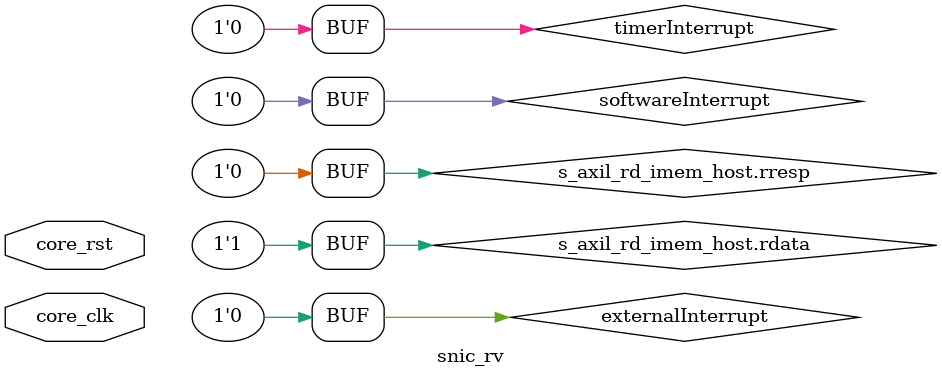
<source format=sv>

`resetall `timescale 1ns / 1ps `default_nettype none

module snic_rv (
    input wire core_clk,
    input wire core_rst,

    taxi_axil_if.wr_slv s_axil_wr_imem_host,
    taxi_axil_if.rd_slv s_axil_rd_imem_host,  // TODO remove later just for debuging


    taxi_axi_if.wr_slv s_axi_wr_pmem_dmover,
    taxi_axi_if.rd_slv s_axi_rd_pmem_dmover,
    
    
    taxi_axil_if.wr_slv s_axil_wr_dmem_host,
    taxi_axil_if.rd_slv s_axil_rd_dmem_host
);


  // ------------------------------------------------------------------------
  // Boot register: set/reset by writes to BOOT_ADDR
  // ------------------------------------------------------------------------
  // Define the boot intercept address (last word in IMEM space)
  localparam [31:0] IMEM_SIZE_BYTES = 32'h0001_0000;  // e.g. 64KB
  localparam [31:0] IMEM_BASE = 32'h0000_0000;
  localparam [31:0] BOOT_ADDR = IMEM_BASE + IMEM_SIZE_BYTES - 4;

  reg        boot;

  reg        aw_hs;
  reg [31:0] awaddr_lat;

  always @(posedge core_clk) begin
    if (core_rst) begin
      aw_hs      <= 1'b0;
      awaddr_lat <= 32'b0;
    end else begin
      // On AWVALID & AWREADY, latch the address and mark ?in-progress?
      if (s_axil_wr_imem_host.awvalid && s_axil_wr_imem_host.awready) begin
        aw_hs      <= 1'b1;
        awaddr_lat <= s_axil_wr_imem_host.awaddr;
      end  // Once we see the W handshake, clear aw_hs so we only handle one write per transaction
      else if (s_axil_wr_imem_host.wvalid && s_axil_wr_imem_host.wready) begin
        aw_hs <= 1'b0;
      end
    end
  end

  always @(posedge core_clk) begin
    if (core_rst) begin
      boot <= 1'b0;
    end else if (
    aw_hs &&
    s_axil_wr_imem_host.wvalid &&
    s_axil_wr_imem_host.wready &&
    (awaddr_lat == BOOT_ADDR)
  ) begin
      boot <= s_axil_wr_imem_host.wdata[0];
    end
  end


  // Stub-read FSM for debug
  reg rd_idle;
  always @(posedge core_clk) begin
    if (core_rst) begin
      rd_idle <= 1;
    end else begin
      if (rd_idle) begin
        if (s_axil_rd_imem_host.arvalid) rd_idle <= 0;
      end else if (s_axil_rd_imem_host.rvalid && s_axil_rd_imem_host.rready) begin
        rd_idle <= 1;
      end
    end
  end

  assign s_axil_rd_imem_host.arready = rd_idle;
  assign s_axil_rd_imem_host.rvalid  = ~rd_idle;
  assign s_axil_rd_imem_host.rresp   = 2'b00;
  assign s_axil_rd_imem_host.rdata   = 32'hDEAD_BEEF;


  ila_boot ila_boot_i (
      .clk   (core_clk),
      .probe0(boot)
  );


  ila_boot ila_rst (
      .clk   (core_clk),
      .probe0(core_rst)
  );

  taxi_axil_if imem_axil ();
  taxi_axil_if internal_io_axil ();
  taxi_axil_if external_io_axil ();
  taxi_axil_if dmem_axil ();
  taxi_axil_if pmem_axil ();


  // TIMER
  wire timerInterrupt = 1'b0;  // TODO enabe the timer later
  /*
  snic_timer timer_inst (
      .clk          (core_clk),
      .rst          (core_rst),
      .timeout_pulse(timerInterrupt)
  );
*/

  wire externalInterrupt = 1'b0;
  wire softwareInterrupt = 1'b0;


  wire local_reset = core_rst || !boot;

  vexrv_wrapper vexrv_wrapper_inst (
      .core_clk(core_clk),
      .core_rst(local_reset),

      .timerInterrupt   (timerInterrupt),
      .externalInterrupt(externalInterrupt),
      .softwareInterrupt(softwareInterrupt),

      .m_axil_rd_imem(imem_axil),


      .dmem_axil_wr(dmem_axil),
      .dmem_axil_rd(dmem_axil),

      .pmem_axil_wr(pmem_axil),
      .pmem_axil_rd(pmem_axil),

      .iiomem_axil_wr(internal_io_axil),
      .iiomem_axil_rd(internal_io_axil),

      .eiomem_axil_wr(external_io_axil),
      .eiomem_axil_rd(external_io_axil)

  );


  memory_system mem_system_inst (
      .core_clk(core_clk),
      .core_rst(core_rst),
        //IMEM
      .s_axil_wr_imem_host(s_axil_wr_imem_host),
      //.s_axil_rd_imem_host(s_axil_rd_imem_host),

      .s_axil_rd_imem_core(imem_axil),
        
      //DMEM
      .s_axil_wr_dmem_core(dmem_axil),
      .s_axil_rd_dmem_core(dmem_axil),

      .s_axil_wr_dmem_host(s_axil_wr_dmem_host),
      .s_axil_rd_dmem_host(s_axil_rd_dmem_host),
        
        
      //PMEM
      .s_axi_wr_pmem_dmover(s_axi_wr_pmem_dmover),
      .s_axi_rd_pmem_dmover(s_axi_rd_pmem_dmover),
      
      .s_axil_wr_pmem_core(pmem_axil),
      .s_axil_rd_pmem_core(pmem_axil)

  );

endmodule

`default_nettype wire

</source>
